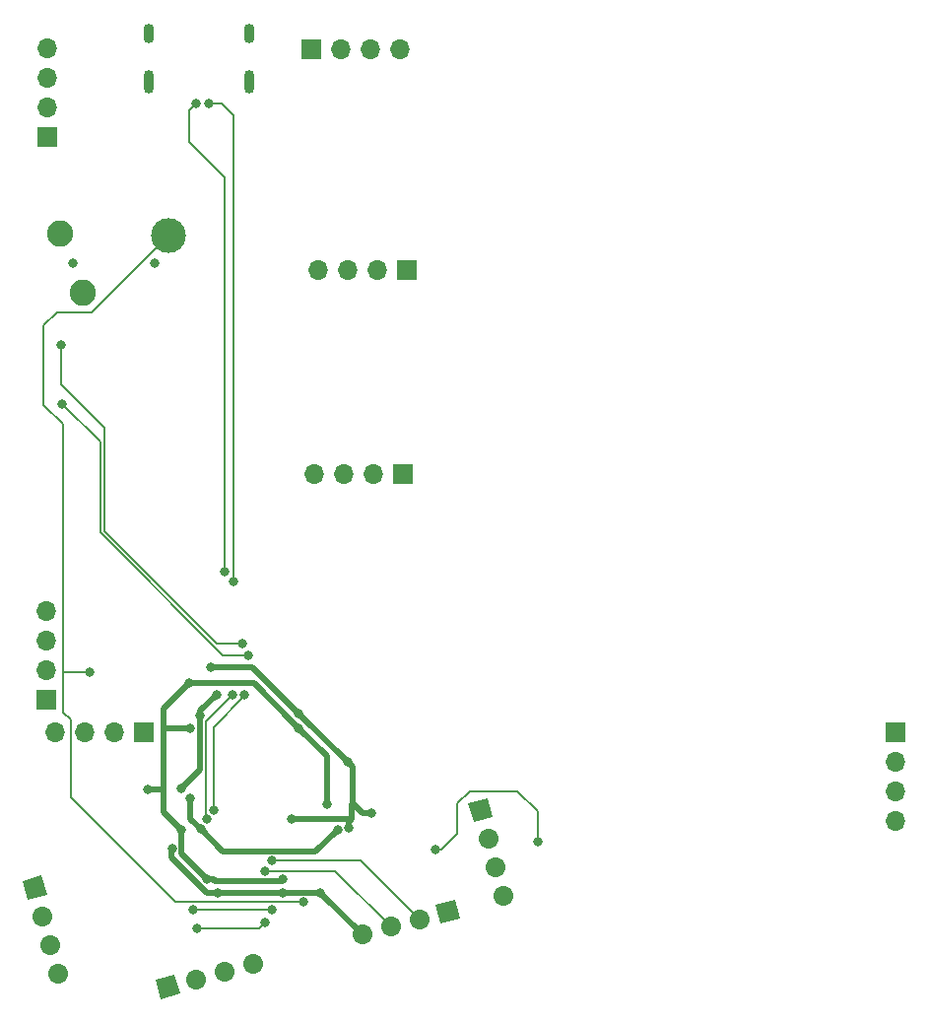
<source format=gbr>
G04 #@! TF.GenerationSoftware,KiCad,Pcbnew,(5.1.4)-1*
G04 #@! TF.CreationDate,2023-01-08T18:51:13-05:00*
G04 #@! TF.ProjectId,ThumbsUp,5468756d-6273-4557-902e-6b696361645f,rev?*
G04 #@! TF.SameCoordinates,Original*
G04 #@! TF.FileFunction,Copper,L1,Top*
G04 #@! TF.FilePolarity,Positive*
%FSLAX46Y46*%
G04 Gerber Fmt 4.6, Leading zero omitted, Abs format (unit mm)*
G04 Created by KiCad (PCBNEW (5.1.4)-1) date 2023-01-08 18:51:13*
%MOMM*%
%LPD*%
G04 APERTURE LIST*
%ADD10C,1.700000*%
%ADD11C,1.700000*%
%ADD12C,0.100000*%
%ADD13C,0.800000*%
%ADD14C,2.250000*%
%ADD15C,3.000000*%
%ADD16O,0.900000X1.700000*%
%ADD17O,0.900000X2.000000*%
%ADD18O,1.700000X1.700000*%
%ADD19R,1.700000X1.700000*%
%ADD20C,0.500000*%
%ADD21C,0.200000*%
G04 APERTURE END LIST*
D10*
X182551669Y-468482524D03*
D11*
X182551669Y-468482524D02*
X182551669Y-468482524D01*
D10*
X185005121Y-467825124D03*
D11*
X185005121Y-467825124D02*
X185005121Y-467825124D01*
D10*
X187458572Y-467167723D03*
D11*
X187458572Y-467167723D02*
X187458572Y-467167723D01*
D10*
X189912024Y-466510323D03*
D12*
G36*
X188870991Y-465909282D02*
G01*
X190513065Y-465469290D01*
X190953057Y-467111364D01*
X189310983Y-467551356D01*
X188870991Y-465909282D01*
X188870991Y-465909282D01*
G37*
D10*
X156391130Y-471814978D03*
D11*
X156391130Y-471814978D02*
X156391130Y-471814978D01*
D10*
X155733730Y-469361526D03*
D11*
X155733730Y-469361526D02*
X155733730Y-469361526D01*
D10*
X155076329Y-466908075D03*
D11*
X155076329Y-466908075D02*
X155076329Y-466908075D01*
D10*
X154418929Y-464454623D03*
D12*
G36*
X153817888Y-465495656D02*
G01*
X153377896Y-463853582D01*
X155019970Y-463413590D01*
X155459962Y-465055664D01*
X153817888Y-465495656D01*
X153817888Y-465495656D01*
G37*
D13*
X164700000Y-410825000D03*
X157700000Y-410825000D03*
D14*
X158500000Y-413350000D03*
D15*
X165900000Y-408425000D03*
D14*
X156600000Y-408300000D03*
D16*
X172830000Y-391100000D03*
X164190000Y-391100000D03*
D17*
X172830000Y-395270000D03*
X164190000Y-395270000D03*
D18*
X155412019Y-440660280D03*
X155412019Y-443200280D03*
X155412019Y-445740280D03*
D19*
X155412019Y-448280280D03*
D18*
X155458726Y-392360794D03*
X155458726Y-394900794D03*
X155458726Y-397440794D03*
D19*
X155458726Y-399980794D03*
D10*
X194698626Y-465168258D03*
D11*
X194698626Y-465168258D02*
X194698626Y-465168258D01*
D10*
X194041226Y-462714806D03*
D11*
X194041226Y-462714806D02*
X194041226Y-462714806D01*
D10*
X193383825Y-460261355D03*
D11*
X193383825Y-460261355D02*
X193383825Y-460261355D01*
D10*
X192726425Y-457807903D03*
D12*
G36*
X192125384Y-458848936D02*
G01*
X191685392Y-457206862D01*
X193327466Y-456766870D01*
X193767458Y-458408944D01*
X192125384Y-458848936D01*
X192125384Y-458848936D01*
G37*
D18*
X156195921Y-451084972D03*
X158735921Y-451084972D03*
X161275921Y-451084972D03*
D19*
X163815921Y-451084972D03*
D18*
X228412025Y-458730322D03*
X228412025Y-456190322D03*
X228412025Y-453650322D03*
D19*
X228412025Y-451110322D03*
D18*
X185832025Y-392410322D03*
X183292025Y-392410322D03*
X180752025Y-392410322D03*
D19*
X178212025Y-392410322D03*
D18*
X178436722Y-428957847D03*
X180976722Y-428957847D03*
X183516722Y-428957847D03*
D19*
X186056722Y-428957847D03*
D18*
X178739012Y-411392011D03*
X181279012Y-411392011D03*
X183819012Y-411392011D03*
D19*
X186359012Y-411392011D03*
D10*
X173212025Y-471010322D03*
D11*
X173212025Y-471010322D02*
X173212025Y-471010322D01*
D10*
X170758573Y-471667722D03*
D11*
X170758573Y-471667722D02*
X170758573Y-471667722D01*
D10*
X168305122Y-472325123D03*
D11*
X168305122Y-472325123D02*
X168305122Y-472325123D01*
D10*
X165851670Y-472982523D03*
D12*
G36*
X164810637Y-472381482D02*
G01*
X166452711Y-471941490D01*
X166892703Y-473583564D01*
X165250629Y-474023556D01*
X164810637Y-472381482D01*
X164810637Y-472381482D01*
G37*
D13*
X167792990Y-456752990D03*
X168674981Y-459425019D03*
X180449998Y-459449998D03*
X174201994Y-463014951D03*
X174760972Y-462117010D03*
X168050000Y-466350000D03*
X174829010Y-466350000D03*
X169800213Y-457838858D03*
X172450000Y-447900000D03*
X169182472Y-458530050D03*
X171400000Y-447900000D03*
X169350000Y-397100002D03*
X171484465Y-438127618D03*
X168250000Y-397100000D03*
X170700000Y-437300000D03*
X167000000Y-455975990D03*
X170050000Y-447850000D03*
X169550000Y-445500000D03*
X181277001Y-453677001D03*
X168650000Y-449654011D03*
X170150000Y-464900000D03*
X166223005Y-461126995D03*
X178969145Y-464900000D03*
X176477000Y-458523000D03*
X177100003Y-449500003D03*
X183325000Y-458050000D03*
X181372097Y-459354784D03*
X175729995Y-464899995D03*
X159100000Y-445925000D03*
X159100000Y-445925000D03*
X177504000Y-465700000D03*
X174202000Y-467436000D03*
X168360008Y-467944000D03*
X156700000Y-417850000D03*
X172249914Y-443503414D03*
X156800000Y-422900000D03*
X172750000Y-444500000D03*
X169200000Y-463750000D03*
X169200000Y-463750000D03*
X167000006Y-459450000D03*
X167800000Y-450800000D03*
X164100000Y-456000004D03*
X167649989Y-446899991D03*
X177100000Y-450750000D03*
X179518356Y-457318356D03*
X175768328Y-463763626D03*
X188811644Y-461151644D03*
X188811644Y-461151644D03*
X197620000Y-460480000D03*
X197620000Y-460480000D03*
D20*
X167792990Y-456752990D02*
X167792990Y-458543028D01*
X167792990Y-458543028D02*
X168674981Y-459425019D01*
X178559996Y-461340000D02*
X180449998Y-459449998D01*
X170589962Y-461340000D02*
X178559996Y-461340000D01*
X168674981Y-459425019D02*
X170589962Y-461340000D01*
D21*
X180194948Y-463014951D02*
X174767679Y-463014951D01*
X174767679Y-463014951D02*
X174201994Y-463014951D01*
X185005121Y-467825124D02*
X180194948Y-463014951D01*
X182407859Y-462117010D02*
X175326657Y-462117010D01*
X187458572Y-467167723D02*
X182407859Y-462117010D01*
X175326657Y-462117010D02*
X174760972Y-462117010D01*
X168050000Y-466350000D02*
X174829010Y-466350000D01*
X172450000Y-448000000D02*
X172450000Y-447900000D01*
X169800213Y-457838858D02*
X169800213Y-450649787D01*
X169800213Y-450649787D02*
X172450000Y-448000000D01*
X171000001Y-448299999D02*
X171400000Y-447900000D01*
X169150000Y-450150000D02*
X171000001Y-448299999D01*
X169182472Y-458530050D02*
X169150000Y-458497578D01*
X169150000Y-458497578D02*
X169150000Y-450150000D01*
X171484465Y-437561933D02*
X171484465Y-438127618D01*
X171484465Y-398134465D02*
X171484465Y-437561933D01*
X169350000Y-397100002D02*
X170450002Y-397100002D01*
X170450002Y-397100002D02*
X171484465Y-398134465D01*
X170700000Y-436734315D02*
X170700000Y-437300000D01*
X170700000Y-403450000D02*
X170700000Y-436734315D01*
X167650000Y-400400000D02*
X170700000Y-403450000D01*
X168250000Y-397100000D02*
X167650000Y-397700000D01*
X167650000Y-397700000D02*
X167650000Y-400400000D01*
D20*
X168650000Y-449250000D02*
X170050000Y-447850000D01*
X168650000Y-449654011D02*
X168650000Y-449250000D01*
X168650000Y-454325990D02*
X167000000Y-455975990D01*
X168650000Y-449654011D02*
X168650000Y-454325990D01*
X169200038Y-464900000D02*
X166200000Y-461899962D01*
X170150000Y-464900000D02*
X169200038Y-464900000D01*
X166200000Y-461150000D02*
X166223005Y-461126995D01*
X166200000Y-461899962D02*
X166200000Y-461150000D01*
X178969145Y-464900000D02*
X182551669Y-468482524D01*
X181677000Y-458523000D02*
X176477000Y-458523000D01*
X176700004Y-449100004D02*
X177100003Y-449500003D01*
X173100000Y-445500000D02*
X176700004Y-449100004D01*
X169550000Y-445500000D02*
X173100000Y-445500000D01*
X181277001Y-453677001D02*
X177100003Y-449500003D01*
X181677000Y-457273000D02*
X181677000Y-458523000D01*
X181722999Y-457227001D02*
X181677000Y-457273000D01*
X181700000Y-457204002D02*
X181722999Y-457227001D01*
X181277001Y-453677001D02*
X181700000Y-454100000D01*
X181700000Y-454100000D02*
X181700000Y-457204002D01*
X181722999Y-457227001D02*
X182545998Y-458050000D01*
X182545998Y-458050000D02*
X182759315Y-458050000D01*
X182759315Y-458050000D02*
X183325000Y-458050000D01*
X181638196Y-458523000D02*
X181677000Y-458523000D01*
X181372097Y-458789099D02*
X181638196Y-458523000D01*
X181372097Y-459354784D02*
X181372097Y-458789099D01*
X170150000Y-464900000D02*
X175729990Y-464900000D01*
X175729990Y-464900000D02*
X175729995Y-464899995D01*
X175730000Y-464900000D02*
X175729995Y-464899995D01*
X178969145Y-464900000D02*
X175730000Y-464900000D01*
D21*
X156850000Y-445925000D02*
X159100000Y-445925000D01*
X157500000Y-450050000D02*
X157500000Y-456727962D01*
X166472038Y-465700000D02*
X176938315Y-465700000D01*
X157500000Y-456727962D02*
X166472038Y-465700000D01*
X156850000Y-449400000D02*
X157500000Y-450050000D01*
X159325000Y-415000000D02*
X156350000Y-415000000D01*
X155172999Y-422972999D02*
X156850000Y-424650000D01*
X155172999Y-416177001D02*
X155172999Y-422972999D01*
X165900000Y-408425000D02*
X159325000Y-415000000D01*
X156850000Y-424650000D02*
X156850000Y-449400000D01*
X176400000Y-465650000D02*
X176350000Y-465700000D01*
X176350000Y-465700000D02*
X177504000Y-465700000D01*
X176938315Y-465700000D02*
X177504000Y-465700000D01*
X156350000Y-415000000D02*
X155172999Y-416177001D01*
X168925693Y-467944000D02*
X168360008Y-467944000D01*
X174202000Y-467436000D02*
X173694000Y-467944000D01*
X173694000Y-467944000D02*
X168925693Y-467944000D01*
X171684229Y-443503414D02*
X172249914Y-443503414D01*
X160377011Y-424927011D02*
X160377011Y-433814549D01*
X156700000Y-417850000D02*
X156700000Y-421250000D01*
X170065876Y-443503414D02*
X171684229Y-443503414D01*
X160377011Y-433814549D02*
X170065876Y-443503414D01*
X156700000Y-421250000D02*
X160377011Y-424927011D01*
X170600000Y-444500000D02*
X172184315Y-444500000D01*
X156800000Y-422900000D02*
X160050000Y-426150000D01*
X172184315Y-444500000D02*
X172750000Y-444500000D01*
X160050000Y-433950000D02*
X170600000Y-444500000D01*
X160050000Y-426150000D02*
X160050000Y-433950000D01*
D20*
X167000006Y-460015685D02*
X167000006Y-459450000D01*
X167000006Y-461550006D02*
X167000006Y-460015685D01*
X169200000Y-463750000D02*
X167000006Y-461550006D01*
X165515685Y-456000004D02*
X164100000Y-456000004D01*
X167249990Y-447299990D02*
X167649989Y-446899991D01*
X165515685Y-449034295D02*
X167249990Y-447299990D01*
X167000006Y-459450000D02*
X165515685Y-457965679D01*
X165550000Y-450800000D02*
X165515685Y-450834315D01*
X167800000Y-450800000D02*
X165550000Y-450800000D01*
X165515685Y-457965679D02*
X165515685Y-450834315D01*
X165515685Y-450834315D02*
X165515685Y-449034295D01*
X173249991Y-446899991D02*
X176700001Y-450350001D01*
X176700001Y-450350001D02*
X177100000Y-450750000D01*
X167649989Y-446899991D02*
X173249991Y-446899991D01*
X177100000Y-450750000D02*
X179518356Y-453168356D01*
X179518356Y-456752671D02*
X179518356Y-457318356D01*
X179518356Y-453168356D02*
X179518356Y-456752671D01*
X175666956Y-463864998D02*
X175768328Y-463763626D01*
X169880683Y-463864998D02*
X175666956Y-463864998D01*
X169200000Y-463750000D02*
X169765685Y-463750000D01*
X169765685Y-463750000D02*
X169880683Y-463864998D01*
D21*
X197620000Y-457870000D02*
X197620000Y-460480000D01*
X189377329Y-461151644D02*
X190730000Y-459798973D01*
X188811644Y-461151644D02*
X189377329Y-461151644D01*
X190730000Y-459798973D02*
X190730000Y-457220000D01*
X190730000Y-457220000D02*
X191790000Y-456160000D01*
X191790000Y-456160000D02*
X195910000Y-456160000D01*
X195910000Y-456160000D02*
X197620000Y-457870000D01*
M02*

</source>
